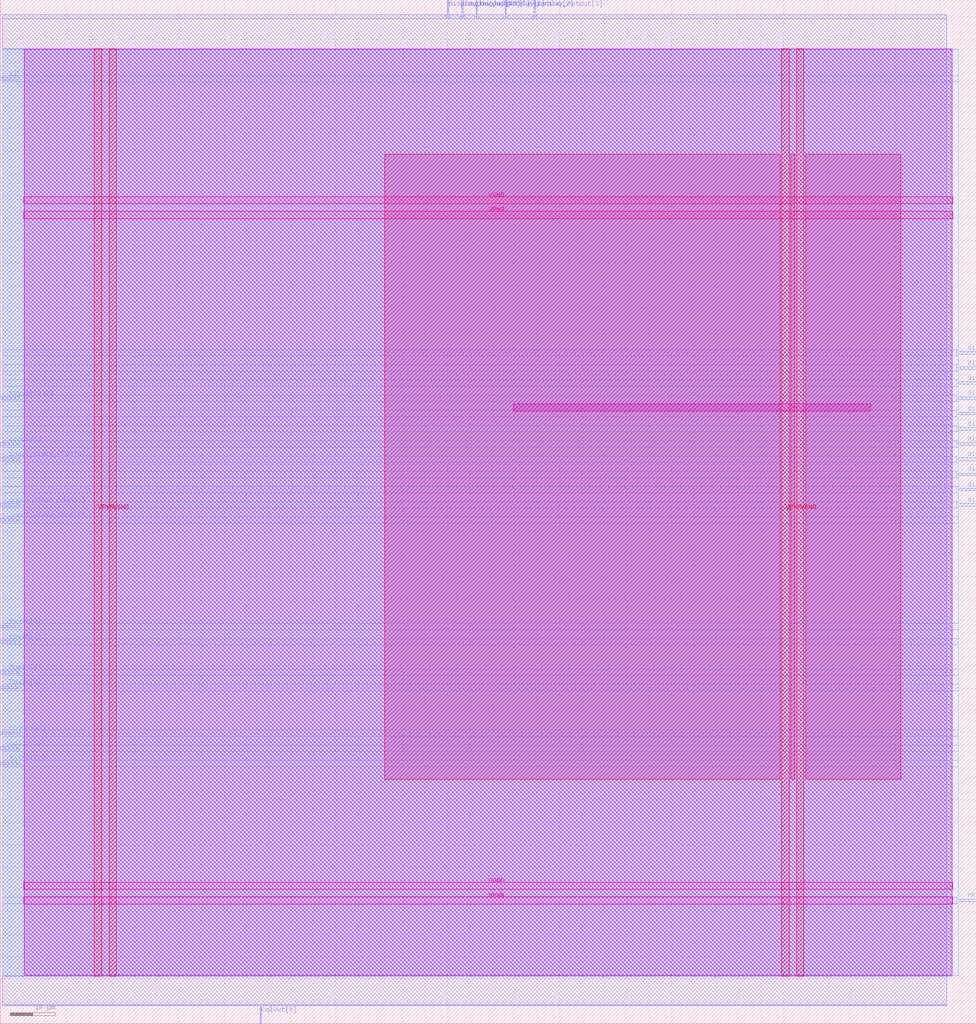
<source format=lef>
VERSION 5.7 ;
  NOWIREEXTENSIONATPIN ON ;
  DIVIDERCHAR "/" ;
  BUSBITCHARS "[]" ;
MACRO calculator_top
  CLASS BLOCK ;
  FOREIGN calculator_top ;
  ORIGIN 0.000 0.000 ;
  SIZE 218.065 BY 228.785 ;
  PIN ColOut[0]
    DIRECTION OUTPUT ;
    USE SIGNAL ;
    ANTENNADIFFAREA 0.445500 ;
    PORT
      LAYER met2 ;
        RECT 58.050 0.000 58.330 4.000 ;
    END
  END ColOut[0]
  PIN ColOut[1]
    DIRECTION OUTPUT ;
    USE SIGNAL ;
    ANTENNADIFFAREA 0.445500 ;
    PORT
      LAYER met3 ;
        RECT 0.000 61.240 4.000 61.840 ;
    END
  END ColOut[1]
  PIN ColOut[2]
    DIRECTION OUTPUT ;
    USE SIGNAL ;
    ANTENNADIFFAREA 0.445500 ;
    PORT
      LAYER met3 ;
        RECT 0.000 64.640 4.000 65.240 ;
    END
  END ColOut[2]
  PIN ColOut[3]
    DIRECTION OUTPUT ;
    USE SIGNAL ;
    ANTENNADIFFAREA 0.445500 ;
    PORT
      LAYER met3 ;
        RECT 0.000 57.840 4.000 58.440 ;
    END
  END ColOut[3]
  PIN RowIn[0]
    DIRECTION INPUT ;
    USE SIGNAL ;
    ANTENNAGATEAREA 0.196500 ;
    PORT
      LAYER met3 ;
        RECT 0.000 74.840 4.000 75.440 ;
    END
  END RowIn[0]
  PIN RowIn[1]
    DIRECTION INPUT ;
    USE SIGNAL ;
    ANTENNAGATEAREA 0.196500 ;
    PORT
      LAYER met3 ;
        RECT 0.000 78.240 4.000 78.840 ;
    END
  END RowIn[1]
  PIN RowIn[2]
    DIRECTION INPUT ;
    USE SIGNAL ;
    ANTENNAGATEAREA 0.196500 ;
    PORT
      LAYER met3 ;
        RECT 0.000 85.040 4.000 85.640 ;
    END
  END RowIn[2]
  PIN RowIn[3]
    DIRECTION INPUT ;
    USE SIGNAL ;
    ANTENNAGATEAREA 0.196500 ;
    PORT
      LAYER met3 ;
        RECT 0.000 88.440 4.000 89.040 ;
    END
  END RowIn[3]
  PIN VGND
    DIRECTION INOUT ;
    USE GROUND ;
    PORT
      LAYER met4 ;
        RECT 24.340 10.640 25.940 217.840 ;
    END
    PORT
      LAYER met4 ;
        RECT 177.940 10.640 179.540 217.840 ;
    END
    PORT
      LAYER met5 ;
        RECT 5.280 30.030 212.760 31.630 ;
    END
    PORT
      LAYER met5 ;
        RECT 5.280 183.210 212.760 184.810 ;
    END
  END VGND
  PIN VPWR
    DIRECTION INOUT ;
    USE POWER ;
    PORT
      LAYER met4 ;
        RECT 21.040 10.640 22.640 217.840 ;
    END
    PORT
      LAYER met4 ;
        RECT 174.640 10.640 176.240 217.840 ;
    END
    PORT
      LAYER met5 ;
        RECT 5.280 26.730 212.760 28.330 ;
    END
    PORT
      LAYER met5 ;
        RECT 5.280 179.910 212.760 181.510 ;
    END
  END VPWR
  PIN clk
    DIRECTION INPUT ;
    USE SIGNAL ;
    ANTENNAGATEAREA 0.852000 ;
    PORT
      LAYER met3 ;
        RECT 0.000 210.840 4.000 211.440 ;
    END
  END clk
  PIN complete
    DIRECTION OUTPUT ;
    USE SIGNAL ;
    ANTENNADIFFAREA 0.445500 ;
    PORT
      LAYER met3 ;
        RECT 0.000 129.240 4.000 129.840 ;
    END
  END complete
  PIN display_output[0]
    DIRECTION OUTPUT ;
    USE SIGNAL ;
    ANTENNADIFFAREA 0.445500 ;
    PORT
      LAYER met2 ;
        RECT 103.130 224.785 103.410 228.785 ;
    END
  END display_output[0]
  PIN display_output[10]
    DIRECTION OUTPUT ;
    USE SIGNAL ;
    ANTENNADIFFAREA 0.445500 ;
    PORT
      LAYER met3 ;
        RECT 214.065 149.640 218.065 150.240 ;
    END
  END display_output[10]
  PIN display_output[11]
    DIRECTION OUTPUT ;
    USE SIGNAL ;
    ANTENNADIFFAREA 0.445500 ;
    PORT
      LAYER met3 ;
        RECT 214.065 115.640 218.065 116.240 ;
    END
  END display_output[11]
  PIN display_output[12]
    DIRECTION OUTPUT ;
    USE SIGNAL ;
    ANTENNADIFFAREA 0.445500 ;
    PORT
      LAYER met3 ;
        RECT 214.065 146.240 218.065 146.840 ;
    END
  END display_output[12]
  PIN display_output[13]
    DIRECTION OUTPUT ;
    USE SIGNAL ;
    ANTENNADIFFAREA 0.445500 ;
    PORT
      LAYER met3 ;
        RECT 214.065 125.840 218.065 126.440 ;
    END
  END display_output[13]
  PIN display_output[14]
    DIRECTION OUTPUT ;
    USE SIGNAL ;
    ANTENNADIFFAREA 0.445500 ;
    PORT
      LAYER met3 ;
        RECT 214.065 142.840 218.065 143.440 ;
    END
  END display_output[14]
  PIN display_output[15]
    DIRECTION OUTPUT ;
    USE SIGNAL ;
    ANTENNADIFFAREA 0.445500 ;
    PORT
      LAYER met2 ;
        RECT 99.910 224.785 100.190 228.785 ;
    END
  END display_output[15]
  PIN display_output[1]
    DIRECTION OUTPUT ;
    USE SIGNAL ;
    ANTENNADIFFAREA 0.445500 ;
    PORT
      LAYER met2 ;
        RECT 106.350 224.785 106.630 228.785 ;
    END
  END display_output[1]
  PIN display_output[2]
    DIRECTION OUTPUT ;
    USE SIGNAL ;
    ANTENNADIFFAREA 0.445500 ;
    PORT
      LAYER met2 ;
        RECT 112.790 224.785 113.070 228.785 ;
    END
  END display_output[2]
  PIN display_output[3]
    DIRECTION OUTPUT ;
    USE SIGNAL ;
    ANTENNADIFFAREA 0.445500 ;
    PORT
      LAYER met2 ;
        RECT 119.230 224.785 119.510 228.785 ;
    END
  END display_output[3]
  PIN display_output[4]
    DIRECTION OUTPUT ;
    USE SIGNAL ;
    ANTENNADIFFAREA 0.445500 ;
    PORT
      LAYER met3 ;
        RECT 214.065 122.440 218.065 123.040 ;
    END
  END display_output[4]
  PIN display_output[5]
    DIRECTION OUTPUT ;
    USE SIGNAL ;
    ANTENNADIFFAREA 0.445500 ;
    PORT
      LAYER met3 ;
        RECT 214.065 139.440 218.065 140.040 ;
    END
  END display_output[5]
  PIN display_output[6]
    DIRECTION OUTPUT ;
    USE SIGNAL ;
    ANTENNADIFFAREA 0.445500 ;
    PORT
      LAYER met3 ;
        RECT 214.065 119.040 218.065 119.640 ;
    END
  END display_output[6]
  PIN display_output[7]
    DIRECTION OUTPUT ;
    USE SIGNAL ;
    ANTENNADIFFAREA 0.445500 ;
    PORT
      LAYER met3 ;
        RECT 214.065 136.040 218.065 136.640 ;
    END
  END display_output[7]
  PIN display_output[8]
    DIRECTION OUTPUT ;
    USE SIGNAL ;
    ANTENNADIFFAREA 0.445500 ;
    PORT
      LAYER met3 ;
        RECT 214.065 129.240 218.065 129.840 ;
    END
  END display_output[8]
  PIN display_output[9]
    DIRECTION OUTPUT ;
    USE SIGNAL ;
    ANTENNADIFFAREA 0.445500 ;
    PORT
      LAYER met3 ;
        RECT 214.065 132.640 218.065 133.240 ;
    END
  END display_output[9]
  PIN input_state_FPGA[0]
    DIRECTION OUTPUT ;
    USE SIGNAL ;
    ANTENNADIFFAREA 0.445500 ;
    PORT
      LAYER met3 ;
        RECT 0.000 125.840 4.000 126.440 ;
    END
  END input_state_FPGA[0]
  PIN input_state_FPGA[1]
    DIRECTION OUTPUT ;
    USE SIGNAL ;
    ANTENNADIFFAREA 0.445500 ;
    PORT
      LAYER met3 ;
        RECT 0.000 115.640 4.000 116.240 ;
    END
  END input_state_FPGA[1]
  PIN input_state_FPGA[2]
    DIRECTION OUTPUT ;
    USE SIGNAL ;
    ANTENNADIFFAREA 0.445500 ;
    PORT
      LAYER met3 ;
        RECT 0.000 112.240 4.000 112.840 ;
    END
  END input_state_FPGA[2]
  PIN key_pressed
    DIRECTION OUTPUT ;
    USE SIGNAL ;
    ANTENNADIFFAREA 0.445500 ;
    PORT
      LAYER met3 ;
        RECT 0.000 139.440 4.000 140.040 ;
    END
  END key_pressed
  PIN nRST
    DIRECTION INPUT ;
    USE SIGNAL ;
    ANTENNAGATEAREA 0.213000 ;
    PORT
      LAYER met3 ;
        RECT 214.065 27.240 218.065 27.840 ;
    END
  END nRST
  OBS
      LAYER nwell ;
        RECT 5.330 10.795 212.710 217.685 ;
      LAYER li1 ;
        RECT 5.520 10.795 212.520 217.685 ;
      LAYER met1 ;
        RECT 0.530 10.640 212.520 217.840 ;
      LAYER met2 ;
        RECT 0.550 224.505 99.630 225.490 ;
        RECT 100.470 224.505 102.850 225.490 ;
        RECT 103.690 224.505 106.070 225.490 ;
        RECT 106.910 224.505 112.510 225.490 ;
        RECT 113.350 224.505 118.950 225.490 ;
        RECT 119.790 224.505 211.500 225.490 ;
        RECT 0.550 4.280 211.500 224.505 ;
        RECT 0.550 4.000 57.770 4.280 ;
        RECT 58.610 4.000 211.500 4.280 ;
      LAYER met3 ;
        RECT 0.525 211.840 214.065 217.765 ;
        RECT 4.400 210.440 214.065 211.840 ;
        RECT 0.525 150.640 214.065 210.440 ;
        RECT 0.525 149.240 213.665 150.640 ;
        RECT 0.525 147.240 214.065 149.240 ;
        RECT 0.525 145.840 213.665 147.240 ;
        RECT 0.525 143.840 214.065 145.840 ;
        RECT 0.525 142.440 213.665 143.840 ;
        RECT 0.525 140.440 214.065 142.440 ;
        RECT 4.400 139.040 213.665 140.440 ;
        RECT 0.525 137.040 214.065 139.040 ;
        RECT 0.525 135.640 213.665 137.040 ;
        RECT 0.525 133.640 214.065 135.640 ;
        RECT 0.525 132.240 213.665 133.640 ;
        RECT 0.525 130.240 214.065 132.240 ;
        RECT 4.400 128.840 213.665 130.240 ;
        RECT 0.525 126.840 214.065 128.840 ;
        RECT 4.400 125.440 213.665 126.840 ;
        RECT 0.525 123.440 214.065 125.440 ;
        RECT 0.525 122.040 213.665 123.440 ;
        RECT 0.525 120.040 214.065 122.040 ;
        RECT 0.525 118.640 213.665 120.040 ;
        RECT 0.525 116.640 214.065 118.640 ;
        RECT 4.400 115.240 213.665 116.640 ;
        RECT 0.525 113.240 214.065 115.240 ;
        RECT 4.400 111.840 214.065 113.240 ;
        RECT 0.525 89.440 214.065 111.840 ;
        RECT 4.400 88.040 214.065 89.440 ;
        RECT 0.525 86.040 214.065 88.040 ;
        RECT 4.400 84.640 214.065 86.040 ;
        RECT 0.525 79.240 214.065 84.640 ;
        RECT 4.400 77.840 214.065 79.240 ;
        RECT 0.525 75.840 214.065 77.840 ;
        RECT 4.400 74.440 214.065 75.840 ;
        RECT 0.525 65.640 214.065 74.440 ;
        RECT 4.400 64.240 214.065 65.640 ;
        RECT 0.525 62.240 214.065 64.240 ;
        RECT 4.400 60.840 214.065 62.240 ;
        RECT 0.525 58.840 214.065 60.840 ;
        RECT 4.400 57.440 214.065 58.840 ;
        RECT 0.525 28.240 214.065 57.440 ;
        RECT 0.525 26.840 213.665 28.240 ;
        RECT 0.525 10.715 214.065 26.840 ;
      LAYER met4 ;
        RECT 85.855 54.575 174.240 194.305 ;
        RECT 176.640 54.575 177.540 194.305 ;
        RECT 179.940 54.575 201.185 194.305 ;
      LAYER met5 ;
        RECT 114.660 136.900 194.460 138.500 ;
  END
END calculator_top
END LIBRARY


</source>
